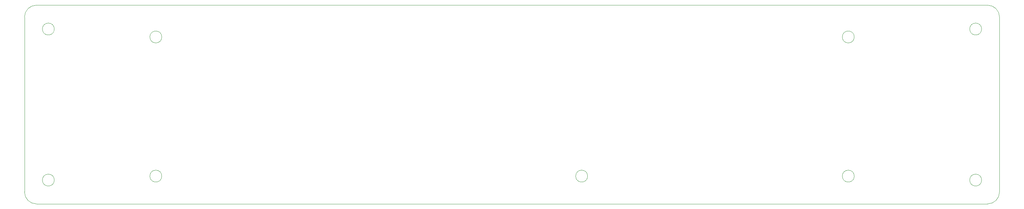
<source format=gbr>
%TF.GenerationSoftware,KiCad,Pcbnew,(5.1.5-131-g305ed0b65)-1*%
%TF.CreationDate,2020-07-18T18:45:46+08:00*%
%TF.ProjectId,IN-18,494e2d31-382e-46b6-9963-61645f706362,rev?*%
%TF.SameCoordinates,Original*%
%TF.FileFunction,Profile,NP*%
%FSLAX46Y46*%
G04 Gerber Fmt 4.6, Leading zero omitted, Abs format (unit mm)*
G04 Created by KiCad (PCBNEW (5.1.5-131-g305ed0b65)-1) date 2020-07-18 18:45:46*
%MOMM*%
%LPD*%
G01*
G04 APERTURE LIST*
%TA.AperFunction,Profile*%
%ADD10C,0.050000*%
%TD*%
G04 APERTURE END LIST*
D10*
X230500000Y-79000000D02*
G75*
G03*
X230500000Y-79000000I-1500000J0D01*
G01*
X230500000Y-41000000D02*
G75*
G03*
X230500000Y-41000000I-1500000J0D01*
G01*
X-2500000Y-41000000D02*
G75*
G03*
X-2500000Y-41000000I-1500000J0D01*
G01*
X-2500000Y-79000000D02*
G75*
G03*
X-2500000Y-79000000I-1500000J0D01*
G01*
X24500000Y-78000000D02*
G75*
G03*
X24500000Y-78000000I-1500000J0D01*
G01*
X232000000Y-35000000D02*
G75*
G02*
X235000000Y-38000000I0J-3000000D01*
G01*
X235000000Y-82000000D02*
G75*
G02*
X232000000Y-85000000I-3000000J0D01*
G01*
X-7000000Y-85000000D02*
G75*
G02*
X-10000000Y-82000000I0J3000000D01*
G01*
X-10000000Y-38000000D02*
G75*
G02*
X-7000000Y-35000000I3000000J0D01*
G01*
X-10000000Y-82000000D02*
X-10000000Y-38000000D01*
X232000000Y-85000000D02*
X-7000000Y-85000000D01*
X235000000Y-38000000D02*
X235000000Y-82000000D01*
X-7000000Y-35000000D02*
X232000000Y-35000000D01*
X198500000Y-43000000D02*
G75*
G03*
X198500000Y-43000000I-1500000J0D01*
G01*
X198500000Y-78000000D02*
G75*
G03*
X198500000Y-78000000I-1500000J0D01*
G01*
X131500000Y-78000000D02*
G75*
G03*
X131500000Y-78000000I-1500000J0D01*
G01*
X24500000Y-43000000D02*
G75*
G03*
X24500000Y-43000000I-1500000J0D01*
G01*
M02*

</source>
